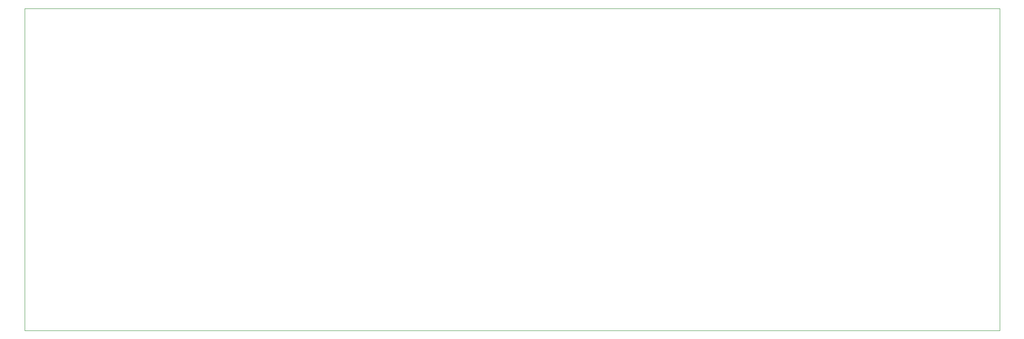
<source format=gbr>
G04 This is an RS-274x file exported by *
G04 gerbv version 2.6.1 *
G04 More information is available about gerbv at *
G04 http://gerbv.geda-project.org/ *
G04 --End of header info--*
%MOIN*%
%FSLAX34Y34*%
%IPPOS*%
G04 --Define apertures--*
%ADD10C,0.0039*%
G04 --Start main section--*
G54D10*
G01X0076362Y0025295D02*
G01X0076362Y0000000D01*
G01X0000000Y0025295D02*
G01X0076362Y0025295D01*
G01X0000000Y0000000D02*
G01X0076362Y0000000D01*
G01X0000000Y0025295D02*
G01X0000000Y0000000D01*
M02*

</source>
